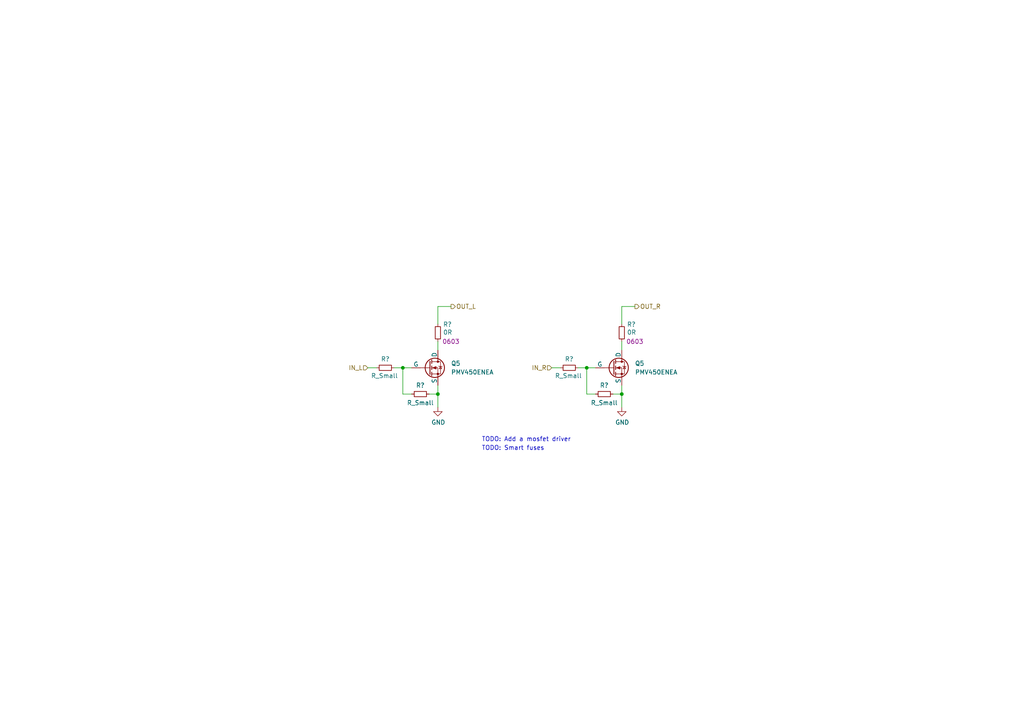
<source format=kicad_sch>
(kicad_sch (version 20230121) (generator eeschema)
  (paper "A4")
  (title_block (title "Pumps") (date "2023-06-06") (rev "${REVISION}") (company "Author: I. Kajdan") (comment 1 "Reviewer:"))
  (lib_symbols
    (symbol "Device:R_Small" (pin_numbers hide) (pin_names (offset 0.254) hide)
      (property "Reference" "R" (at 0.762 0.508 0))
      (property "Value" "R_Small" (at 0.762 -1.016 0))
      (symbol "R_Small_0_1"
        (rectangle (start -0.762 1.778) (end 0.762 -1.778) (stroke (width 0.2032)))
      )
      (symbol "R_Small_1_1"
        (pin passive line (at 0 2.54 270) (length 0.762) (name "~") (number "1"))
        (pin passive line (at 0 -2.54 90) (length 0.762) (name "~") (number "2"))
      )
    )
    (symbol "Simulation_SPICE:NMOS" (pin_numbers hide) (pin_names (offset 0))
      (property "Reference" "Q" (at 5.08 1.27 0))
      (property "Value" "NMOS" (at 5.08 -1.27 0))
      (symbol "NMOS_0_1"
        (polyline (pts (xy 0.254 0) (xy -2.54 0)))
        (polyline (pts (xy 0.254 1.905) (xy 0.254 -1.905)) (stroke (width 0.254)))
        (polyline (pts (xy 0.762 -1.27) (xy 0.762 -2.286)) (stroke (width 0.254)))
        (polyline (pts (xy 0.762 0.508) (xy 0.762 -0.508)) (stroke (width 0.254)))
        (polyline (pts (xy 0.762 2.286) (xy 0.762 1.27)) (stroke (width 0.254)))
        (polyline (pts (xy 2.54 2.54) (xy 2.54 1.778)))
        (polyline (pts (xy 2.54 -2.54) (xy 2.54 0) (xy 0.762 0)))
        (polyline (pts (xy 0.762 -1.778) (xy 3.302 -1.778) (xy 3.302 1.778) (xy 0.762 1.778)))
        (polyline (pts (xy 1.016 0) (xy 2.032 0.381) (xy 2.032 -0.381) (xy 1.016 0)) (fill (type outline)))
        (polyline (pts (xy 2.794 0.508) (xy 2.921 0.381) (xy 3.683 0.381) (xy 3.81 0.254)))
        (polyline (pts (xy 3.302 0.381) (xy 2.921 -0.254) (xy 3.683 -0.254) (xy 3.302 0.381)))
        (circle (center 1.651 0) (radius 2.794) (stroke (width 0.254)))
        (circle (center 2.54 -1.778) (radius 0.254) (fill (type outline)))
        (circle (center 2.54 1.778) (radius 0.254) (fill (type outline)))
      )
      (symbol "NMOS_1_1"
        (pin passive line (at 2.54 5.08 270) (length 2.54) (name "D") (number "1"))
        (pin input line (at -5.08 0 0) (length 2.54) (name "G") (number "2"))
        (pin passive line (at 2.54 -5.08 90) (length 2.54) (name "S") (number "3"))
      )
    )
    (symbol "power:GND" (power) (pin_names (offset 0))
      (property "Value" "GND" (at 0 -3.81 0))
      (symbol "GND_0_1"
        (polyline (pts (xy 0 0) (xy 0 -1.27) (xy 1.27 -1.27) (xy 0 -2.54) (xy -1.27 -1.27) (xy 0 -1.27)))
      )
      (symbol "GND_1_1"
        (pin power_in line (at 0 0 270) (length 0) hide (name "GND") (number "1"))
      )
    )
  )
  (junction (at 170.18 106.68))
  (junction (at 127 114.3))
  (junction (at 180.34 114.3))
  (junction (at 116.84 106.68))
  (wire (pts (xy 114.3 106.68) (xy 116.84 106.68)))
  (wire (pts (xy 180.34 88.9) (xy 180.34 93.98)))
  (wire (pts (xy 177.8 114.3) (xy 180.34 114.3)))
  (wire (pts (xy 180.34 118.11) (xy 180.34 114.3)))
  (wire (pts (xy 184.15 88.9) (xy 180.34 88.9)))
  (wire (pts (xy 127 99.06) (xy 127 101.6)))
  (wire (pts (xy 170.18 106.68) (xy 172.72 106.68)))
  (wire (pts (xy 170.18 114.3) (xy 172.72 114.3)))
  (wire (pts (xy 167.64 106.68) (xy 170.18 106.68)))
  (wire (pts (xy 109.22 106.68) (xy 106.68 106.68)))
  (wire (pts (xy 116.84 114.3) (xy 116.84 106.68)))
  (wire (pts (xy 162.56 106.68) (xy 160.02 106.68)))
  (wire (pts (xy 127 88.9) (xy 127 93.98)))
  (wire (pts (xy 116.84 114.3) (xy 119.38 114.3)))
  (wire (pts (xy 124.46 114.3) (xy 127 114.3)))
  (wire (pts (xy 116.84 106.68) (xy 119.38 106.68)))
  (wire (pts (xy 130.81 88.9) (xy 127 88.9)))
  (wire (pts (xy 127 114.3) (xy 127 111.76)))
  (wire (pts (xy 180.34 99.06) (xy 180.34 101.6)))
  (wire (pts (xy 127 118.11) (xy 127 114.3)))
  (wire (pts (xy 180.34 114.3) (xy 180.34 111.76)))
  (wire (pts (xy 170.18 114.3) (xy 170.18 106.68)))
  (text "TODO: Smart fuses" (at 139.7 130.81 0) (effects (font (size 1.27 1.27)) (justify left bottom)))
  (text "TODO: Add a mosfet driver" (at 139.7 128.27 0) (effects (font (size 1.27 1.27)) (justify left bottom)))
  (hierarchical_label "IN_L" (shape input) (at 106.68 106.68 180))
  (hierarchical_label "IN_R" (shape input) (at 160.02 106.68 180))
  (hierarchical_label "OUT_R" (shape output) (at 184.15 88.9 0))
  (hierarchical_label "OUT_L" (shape output) (at 130.81 88.9 0))
  (symbol (lib_id "Device:R_Small") (at 121.92 114.3 270) (unit 1)
    (property "Reference" "R?" (at 121.92 111.76 90))
    (property "Value" "R_Small" (at 121.92 116.84 90))
    (property "Footprint" "Resistor_SMD:R_0402_1005Metric" (effects hide))
    (instances (project "DV_ASSI" (path "" (reference "R?") (unit 1))) (project "rearbox" (path "" (reference "R?") (unit 1)) (path "" (reference "R?") (unit 1)) (path "" (reference "R34") (unit 1))))
  )
  (symbol (lib_id "Device:R_Small") (at 180.34 96.52 0) (unit 1)
    (property "Reference" "R?" (at 181.8386 94.0816 0) (effects (justify left)))
    (property "Value" "0R" (at 181.8386 96.393 0) (effects (justify left)))
    (property "Footprint" "Resistor_SMD:R_0603_1608Metric" (effects hide))
    (property "Case" "0603" (at 181.61 99.06 0) (effects (justify left)))
    (instances (project "DV_ASSI" (path "" (reference "R?") (unit 1))) (project "rearbox" (path "" (reference "R?") (unit 1)) (path "" (reference "R?") (unit 1)) (path "" (reference "R38") (unit 1))))
  )
  (symbol (lib_id "Device:R_Small") (at 175.26 114.3 270) (unit 1)
    (property "Reference" "R?" (at 175.26 111.76 90))
    (property "Value" "R_Small" (at 175.26 116.84 90))
    (property "Footprint" "Resistor_SMD:R_0402_1005Metric" (effects hide))
    (instances (project "DV_ASSI" (path "" (reference "R?") (unit 1))) (project "rearbox" (path "" (reference "R?") (unit 1)) (path "" (reference "R?") (unit 1)) (path "" (reference "R37") (unit 1))))
  )
  (symbol (lib_id "Device:R_Small") (at 127 96.52 0) (unit 1)
    (property "Reference" "R?" (at 128.4986 94.0816 0) (effects (justify left)))
    (property "Value" "0R" (at 128.4986 96.393 0) (effects (justify left)))
    (property "Footprint" "Resistor_SMD:R_0603_1608Metric" (effects hide))
    (property "Case" "0603" (at 128.27 99.06 0) (effects (justify left)))
    (instances (project "DV_ASSI" (path "" (reference "R?") (unit 1))) (project "rearbox" (path "" (reference "R?") (unit 1)) (path "" (reference "R?") (unit 1)) (path "" (reference "R35") (unit 1))))
  )
  (symbol (lib_id "power:GND") (at 127 118.11 0) (unit 1)
    (property "Reference" "#PWR?" (effects hide))
    (property "Value" "GND" (at 127.127 122.5042 0))
    (instances (project "DV_ASSI" (path "" (reference "#PWR?") (unit 1))) (project "rearbox" (path "" (reference "#PWR?") (unit 1)) (path "" (reference "#PWR?") (unit 1)) (path "" (reference "#PWR063") (unit 1))))
  )
  (symbol (lib_id "Simulation_SPICE:NMOS") (at 177.8 106.68 0) (unit 1)
    (property "Reference" "Q5" (at 184.15 105.41 0) (effects (justify left)))
    (property "Value" "PMV450ENEA" (at 184.15 107.95 0) (effects (justify left)))
    (property "Datasheet" "https://assets.nexperia.com/documents/data-sheet/PMV450ENEA.pdf" (effects hide))
    (instances (project "rearbox" (path "" (reference "Q5") (unit 1)) (path "" (reference "Q11") (unit 1)) (path "" (reference "Q7") (unit 1))))
  )
  (symbol (lib_id "Simulation_SPICE:NMOS") (at 124.46 106.68 0) (unit 1)
    (property "Reference" "Q5" (at 130.81 105.41 0) (effects (justify left)))
    (property "Value" "PMV450ENEA" (at 130.81 107.95 0) (effects (justify left)))
    (property "Datasheet" "https://assets.nexperia.com/documents/data-sheet/PMV450ENEA.pdf" (effects hide))
    (instances (project "rearbox" (path "" (reference "Q5") (unit 1)) (path "" (reference "Q11") (unit 1)) (path "" (reference "Q6") (unit 1))))
  )
  (symbol (lib_id "Device:R_Small") (at 111.76 106.68 270) (unit 1)
    (property "Reference" "R?" (at 111.76 104.14 90))
    (property "Value" "R_Small" (at 115.443 108.9914 90) (effects (justify right)))
    (property "Footprint" "Resistor_SMD:R_0402_1005Metric" (effects hide))
    (instances (project "DV_ASSI" (path "" (reference "R?") (unit 1))) (project "rearbox" (path "" (reference "R?") (unit 1)) (path "" (reference "R?") (unit 1)) (path "" (reference "R33") (unit 1))))
  )
  (symbol (lib_id "Device:R_Small") (at 165.1 106.68 270) (unit 1)
    (property "Reference" "R?" (at 165.1 104.14 90))
    (property "Value" "R_Small" (at 168.783 108.9914 90) (effects (justify right)))
    (property "Footprint" "Resistor_SMD:R_0402_1005Metric" (effects hide))
    (instances (project "DV_ASSI" (path "" (reference "R?") (unit 1))) (project "rearbox" (path "" (reference "R?") (unit 1)) (path "" (reference "R?") (unit 1)) (path "" (reference "R36") (unit 1))))
  )
  (symbol (lib_id "power:GND") (at 180.34 118.11 0) (unit 1)
    (property "Reference" "#PWR?" (effects hide))
    (property "Value" "GND" (at 180.467 122.5042 0))
    (instances (project "DV_ASSI" (path "" (reference "#PWR?") (unit 1))) (project "rearbox" (path "" (reference "#PWR?") (unit 1)) (path "" (reference "#PWR?") (unit 1)) (path "" (reference "#PWR064") (unit 1))))
  )
)
</source>
